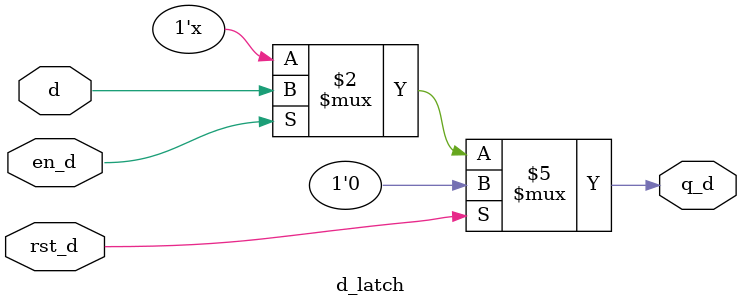
<source format=v>
module d_latch(input en_d,rst_d,d, output reg q_d);
always @(en_d or rst_d or d)
begin 
if (rst_d)begin 
q_d <= 1'b0;
end
else if(en_d) begin
q_d <= d;
end
end
endmodule

</source>
